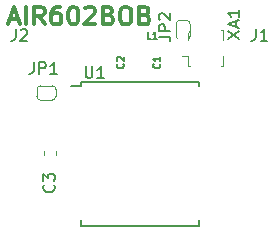
<source format=gto>
G04 #@! TF.GenerationSoftware,KiCad,Pcbnew,(5.0.1)-3*
G04 #@! TF.CreationDate,2018-12-06T00:17:23+01:00*
G04 #@! TF.ProjectId,air602bob,616972363032626F622E6B696361645F,rev?*
G04 #@! TF.SameCoordinates,Original*
G04 #@! TF.FileFunction,Legend,Top*
G04 #@! TF.FilePolarity,Positive*
%FSLAX46Y46*%
G04 Gerber Fmt 4.6, Leading zero omitted, Abs format (unit mm)*
G04 Created by KiCad (PCBNEW (5.0.1)-3) date 06/12/2018 00:17:23*
%MOMM*%
%LPD*%
G01*
G04 APERTURE LIST*
%ADD10C,0.300000*%
%ADD11C,0.120000*%
%ADD12C,0.150000*%
%ADD13C,0.602000*%
%ADD14C,0.902000*%
%ADD15C,0.400000*%
%ADD16C,0.100000*%
%ADD17R,2.302000X1.152000*%
%ADD18R,1.102000X1.102000*%
%ADD19C,1.052000*%
%ADD20C,0.692000*%
%ADD21O,1.802000X1.802000*%
%ADD22R,1.802000X1.802000*%
%ADD23C,1.102000*%
G04 APERTURE END LIST*
D10*
X62687142Y-89023000D02*
X63401428Y-89023000D01*
X62544285Y-89451571D02*
X63044285Y-87951571D01*
X63544285Y-89451571D01*
X64044285Y-89451571D02*
X64044285Y-87951571D01*
X65615714Y-89451571D02*
X65115714Y-88737285D01*
X64758571Y-89451571D02*
X64758571Y-87951571D01*
X65330000Y-87951571D01*
X65472857Y-88023000D01*
X65544285Y-88094428D01*
X65615714Y-88237285D01*
X65615714Y-88451571D01*
X65544285Y-88594428D01*
X65472857Y-88665857D01*
X65330000Y-88737285D01*
X64758571Y-88737285D01*
X66901428Y-87951571D02*
X66615714Y-87951571D01*
X66472857Y-88023000D01*
X66401428Y-88094428D01*
X66258571Y-88308714D01*
X66187142Y-88594428D01*
X66187142Y-89165857D01*
X66258571Y-89308714D01*
X66330000Y-89380142D01*
X66472857Y-89451571D01*
X66758571Y-89451571D01*
X66901428Y-89380142D01*
X66972857Y-89308714D01*
X67044285Y-89165857D01*
X67044285Y-88808714D01*
X66972857Y-88665857D01*
X66901428Y-88594428D01*
X66758571Y-88523000D01*
X66472857Y-88523000D01*
X66330000Y-88594428D01*
X66258571Y-88665857D01*
X66187142Y-88808714D01*
X67972857Y-87951571D02*
X68115714Y-87951571D01*
X68258571Y-88023000D01*
X68330000Y-88094428D01*
X68401428Y-88237285D01*
X68472857Y-88523000D01*
X68472857Y-88880142D01*
X68401428Y-89165857D01*
X68330000Y-89308714D01*
X68258571Y-89380142D01*
X68115714Y-89451571D01*
X67972857Y-89451571D01*
X67830000Y-89380142D01*
X67758571Y-89308714D01*
X67687142Y-89165857D01*
X67615714Y-88880142D01*
X67615714Y-88523000D01*
X67687142Y-88237285D01*
X67758571Y-88094428D01*
X67830000Y-88023000D01*
X67972857Y-87951571D01*
X69044285Y-88094428D02*
X69115714Y-88023000D01*
X69258571Y-87951571D01*
X69615714Y-87951571D01*
X69758571Y-88023000D01*
X69830000Y-88094428D01*
X69901428Y-88237285D01*
X69901428Y-88380142D01*
X69830000Y-88594428D01*
X68972857Y-89451571D01*
X69901428Y-89451571D01*
X71044285Y-88665857D02*
X71258571Y-88737285D01*
X71330000Y-88808714D01*
X71401428Y-88951571D01*
X71401428Y-89165857D01*
X71330000Y-89308714D01*
X71258571Y-89380142D01*
X71115714Y-89451571D01*
X70544285Y-89451571D01*
X70544285Y-87951571D01*
X71044285Y-87951571D01*
X71187142Y-88023000D01*
X71258571Y-88094428D01*
X71330000Y-88237285D01*
X71330000Y-88380142D01*
X71258571Y-88523000D01*
X71187142Y-88594428D01*
X71044285Y-88665857D01*
X70544285Y-88665857D01*
X72330000Y-87951571D02*
X72615714Y-87951571D01*
X72758571Y-88023000D01*
X72901428Y-88165857D01*
X72972857Y-88451571D01*
X72972857Y-88951571D01*
X72901428Y-89237285D01*
X72758571Y-89380142D01*
X72615714Y-89451571D01*
X72330000Y-89451571D01*
X72187142Y-89380142D01*
X72044285Y-89237285D01*
X71972857Y-88951571D01*
X71972857Y-88451571D01*
X72044285Y-88165857D01*
X72187142Y-88023000D01*
X72330000Y-87951571D01*
X74115714Y-88665857D02*
X74330000Y-88737285D01*
X74401428Y-88808714D01*
X74472857Y-88951571D01*
X74472857Y-89165857D01*
X74401428Y-89308714D01*
X74330000Y-89380142D01*
X74187142Y-89451571D01*
X73615714Y-89451571D01*
X73615714Y-87951571D01*
X74115714Y-87951571D01*
X74258571Y-88023000D01*
X74330000Y-88094428D01*
X74401428Y-88237285D01*
X74401428Y-88380142D01*
X74330000Y-88523000D01*
X74258571Y-88594428D01*
X74115714Y-88665857D01*
X73615714Y-88665857D01*
D11*
G04 #@! TO.C,JP2*
X76743000Y-90416000D02*
X76743000Y-89416000D01*
X77043000Y-89116000D02*
X77643000Y-89116000D01*
X77943000Y-89416000D02*
X77943000Y-90416000D01*
X77643000Y-90716000D02*
X77043000Y-90716000D01*
X77043000Y-90716000D02*
G75*
G02X76743000Y-90416000I0J300000D01*
G01*
X77943000Y-90416000D02*
G75*
G02X77643000Y-90716000I-300000J0D01*
G01*
X77643000Y-89116000D02*
G75*
G02X77943000Y-89416000I0J-300000D01*
G01*
X76743000Y-89416000D02*
G75*
G02X77043000Y-89116000I300000J0D01*
G01*
G04 #@! TO.C,JP1*
X65267000Y-95850000D02*
G75*
G02X64967000Y-95550000I0J300000D01*
G01*
X64967000Y-94950000D02*
G75*
G02X65267000Y-94650000I300000J0D01*
G01*
X66267000Y-94650000D02*
G75*
G02X66567000Y-94950000I0J-300000D01*
G01*
X66567000Y-95550000D02*
G75*
G02X66267000Y-95850000I-300000J0D01*
G01*
X66567000Y-94950000D02*
X66567000Y-95550000D01*
X65267000Y-94650000D02*
X66267000Y-94650000D01*
X64967000Y-95550000D02*
X64967000Y-94950000D01*
X66267000Y-95850000D02*
X65267000Y-95850000D01*
G04 #@! TO.C,XA1*
X77748000Y-92140000D02*
X77248000Y-92140000D01*
X77748000Y-90740000D02*
X77248000Y-90740000D01*
X77748000Y-90740000D02*
X77748000Y-90140000D01*
X77748000Y-90140000D02*
X77948000Y-89940000D01*
X77948000Y-92940000D02*
X77748000Y-92940000D01*
X77748000Y-92940000D02*
X77748000Y-92140000D01*
X80748000Y-92140000D02*
X80748000Y-92940000D01*
X80748000Y-92940000D02*
X80548000Y-92940000D01*
X80548000Y-89940000D02*
X80748000Y-89940000D01*
X80748000Y-89940000D02*
X80748000Y-90740000D01*
G04 #@! TO.C,C3*
X65530000Y-100501267D02*
X65530000Y-100158733D01*
X66550000Y-100501267D02*
X66550000Y-100158733D01*
D12*
G04 #@! TO.C,U1*
X68660000Y-94330000D02*
X78660000Y-94330000D01*
X68660000Y-106480000D02*
X78660000Y-106480000D01*
X68660000Y-106480000D02*
X68660000Y-105980000D01*
X78660000Y-106480000D02*
X78660000Y-105980000D01*
X78660000Y-94330000D02*
X78660000Y-94680000D01*
X68660000Y-94330000D02*
X68660000Y-94680000D01*
X68660000Y-94680000D02*
X67860000Y-94680000D01*
G04 #@! TO.C,JP2*
X75271380Y-90495333D02*
X75985666Y-90495333D01*
X76128523Y-90542952D01*
X76223761Y-90638190D01*
X76271380Y-90781047D01*
X76271380Y-90876285D01*
X76271380Y-90019142D02*
X75271380Y-90019142D01*
X75271380Y-89638190D01*
X75319000Y-89542952D01*
X75366619Y-89495333D01*
X75461857Y-89447714D01*
X75604714Y-89447714D01*
X75699952Y-89495333D01*
X75747571Y-89542952D01*
X75795190Y-89638190D01*
X75795190Y-90019142D01*
X75366619Y-89066761D02*
X75319000Y-89019142D01*
X75271380Y-88923904D01*
X75271380Y-88685809D01*
X75319000Y-88590571D01*
X75366619Y-88542952D01*
X75461857Y-88495333D01*
X75557095Y-88495333D01*
X75699952Y-88542952D01*
X76271380Y-89114380D01*
X76271380Y-88495333D01*
G04 #@! TO.C,JP1*
X64679666Y-92652380D02*
X64679666Y-93366666D01*
X64632047Y-93509523D01*
X64536809Y-93604761D01*
X64393952Y-93652380D01*
X64298714Y-93652380D01*
X65155857Y-93652380D02*
X65155857Y-92652380D01*
X65536809Y-92652380D01*
X65632047Y-92700000D01*
X65679666Y-92747619D01*
X65727285Y-92842857D01*
X65727285Y-92985714D01*
X65679666Y-93080952D01*
X65632047Y-93128571D01*
X65536809Y-93176190D01*
X65155857Y-93176190D01*
X66679666Y-93652380D02*
X66108238Y-93652380D01*
X66393952Y-93652380D02*
X66393952Y-92652380D01*
X66298714Y-92795238D01*
X66203476Y-92890476D01*
X66108238Y-92938095D01*
G04 #@! TO.C,XA1*
X81113380Y-90646095D02*
X82113380Y-89979428D01*
X81113380Y-89979428D02*
X82113380Y-90646095D01*
X81827666Y-89646095D02*
X81827666Y-89169904D01*
X82113380Y-89741333D02*
X81113380Y-89408000D01*
X82113380Y-89074666D01*
X82113380Y-88217523D02*
X82113380Y-88788952D01*
X82113380Y-88503238D02*
X81113380Y-88503238D01*
X81256238Y-88598476D01*
X81351476Y-88693714D01*
X81399095Y-88788952D01*
G04 #@! TO.C,C3*
X66397142Y-103036666D02*
X66444761Y-103084285D01*
X66492380Y-103227142D01*
X66492380Y-103322380D01*
X66444761Y-103465238D01*
X66349523Y-103560476D01*
X66254285Y-103608095D01*
X66063809Y-103655714D01*
X65920952Y-103655714D01*
X65730476Y-103608095D01*
X65635238Y-103560476D01*
X65540000Y-103465238D01*
X65492380Y-103322380D01*
X65492380Y-103227142D01*
X65540000Y-103084285D01*
X65587619Y-103036666D01*
X65492380Y-102703333D02*
X65492380Y-102084285D01*
X65873333Y-102417619D01*
X65873333Y-102274761D01*
X65920952Y-102179523D01*
X65968571Y-102131904D01*
X66063809Y-102084285D01*
X66301904Y-102084285D01*
X66397142Y-102131904D01*
X66444761Y-102179523D01*
X66492380Y-102274761D01*
X66492380Y-102560476D01*
X66444761Y-102655714D01*
X66397142Y-102703333D01*
G04 #@! TO.C,C2*
X72249285Y-92787000D02*
X72277857Y-92815571D01*
X72306428Y-92901285D01*
X72306428Y-92958428D01*
X72277857Y-93044142D01*
X72220714Y-93101285D01*
X72163571Y-93129857D01*
X72049285Y-93158428D01*
X71963571Y-93158428D01*
X71849285Y-93129857D01*
X71792142Y-93101285D01*
X71735000Y-93044142D01*
X71706428Y-92958428D01*
X71706428Y-92901285D01*
X71735000Y-92815571D01*
X71763571Y-92787000D01*
X71763571Y-92558428D02*
X71735000Y-92529857D01*
X71706428Y-92472714D01*
X71706428Y-92329857D01*
X71735000Y-92272714D01*
X71763571Y-92244142D01*
X71820714Y-92215571D01*
X71877857Y-92215571D01*
X71963571Y-92244142D01*
X72306428Y-92587000D01*
X72306428Y-92215571D01*
G04 #@! TO.C,C1*
X75347285Y-92767000D02*
X75375857Y-92795571D01*
X75404428Y-92881285D01*
X75404428Y-92938428D01*
X75375857Y-93024142D01*
X75318714Y-93081285D01*
X75261571Y-93109857D01*
X75147285Y-93138428D01*
X75061571Y-93138428D01*
X74947285Y-93109857D01*
X74890142Y-93081285D01*
X74833000Y-93024142D01*
X74804428Y-92938428D01*
X74804428Y-92881285D01*
X74833000Y-92795571D01*
X74861571Y-92767000D01*
X75404428Y-92195571D02*
X75404428Y-92538428D01*
X75404428Y-92367000D02*
X74804428Y-92367000D01*
X74890142Y-92424142D01*
X74947285Y-92481285D01*
X74975857Y-92538428D01*
G04 #@! TO.C,J2*
X63166666Y-89832380D02*
X63166666Y-90546666D01*
X63119047Y-90689523D01*
X63023809Y-90784761D01*
X62880952Y-90832380D01*
X62785714Y-90832380D01*
X63595238Y-89927619D02*
X63642857Y-89880000D01*
X63738095Y-89832380D01*
X63976190Y-89832380D01*
X64071428Y-89880000D01*
X64119047Y-89927619D01*
X64166666Y-90022857D01*
X64166666Y-90118095D01*
X64119047Y-90260952D01*
X63547619Y-90832380D01*
X64166666Y-90832380D01*
G04 #@! TO.C,J1*
X83486666Y-89832380D02*
X83486666Y-90546666D01*
X83439047Y-90689523D01*
X83343809Y-90784761D01*
X83200952Y-90832380D01*
X83105714Y-90832380D01*
X84486666Y-90832380D02*
X83915238Y-90832380D01*
X84200952Y-90832380D02*
X84200952Y-89832380D01*
X84105714Y-89975238D01*
X84010476Y-90070476D01*
X83915238Y-90118095D01*
G04 #@! TO.C,L1*
X74627000Y-90681428D02*
X74341285Y-90681428D01*
X74341285Y-90081428D01*
X75141285Y-90681428D02*
X74798428Y-90681428D01*
X74969857Y-90681428D02*
X74969857Y-90081428D01*
X74912714Y-90167142D01*
X74855571Y-90224285D01*
X74798428Y-90252857D01*
G04 #@! TO.C,U1*
X69088095Y-92982380D02*
X69088095Y-93791904D01*
X69135714Y-93887142D01*
X69183333Y-93934761D01*
X69278571Y-93982380D01*
X69469047Y-93982380D01*
X69564285Y-93934761D01*
X69611904Y-93887142D01*
X69659523Y-93791904D01*
X69659523Y-92982380D01*
X70659523Y-93982380D02*
X70088095Y-93982380D01*
X70373809Y-93982380D02*
X70373809Y-92982380D01*
X70278571Y-93125238D01*
X70183333Y-93220476D01*
X70088095Y-93268095D01*
G04 #@! TD*
%LPC*%
D13*
G04 #@! TO.C,XA2*
X77343000Y-90678000D03*
D14*
X77343000Y-90678000D03*
G04 #@! TD*
D15*
G04 #@! TO.C,JP2*
X77345540Y-89516000D03*
D16*
G36*
X77795560Y-89825950D02*
X77792658Y-89835517D01*
X77787945Y-89844334D01*
X77781602Y-89852062D01*
X77773874Y-89858405D01*
X77765057Y-89863118D01*
X77755490Y-89866020D01*
X77745540Y-89867000D01*
X76945540Y-89867000D01*
X76935590Y-89866020D01*
X76926023Y-89863118D01*
X76917206Y-89858405D01*
X76909478Y-89852062D01*
X76903135Y-89844334D01*
X76898422Y-89835517D01*
X76895520Y-89825950D01*
X76894540Y-89816000D01*
X76894540Y-89516000D01*
X76894781Y-89513553D01*
X76894781Y-89506186D01*
X76895027Y-89501186D01*
X76896951Y-89481654D01*
X76897685Y-89476705D01*
X76901514Y-89457455D01*
X76902730Y-89452601D01*
X76908427Y-89433819D01*
X76910113Y-89429105D01*
X76917624Y-89410972D01*
X76919764Y-89406449D01*
X76929016Y-89389139D01*
X76931589Y-89384845D01*
X76942493Y-89368526D01*
X76945475Y-89364505D01*
X76957927Y-89349333D01*
X76961288Y-89345626D01*
X76975166Y-89331748D01*
X76978873Y-89328387D01*
X76994045Y-89315935D01*
X76998066Y-89312953D01*
X77014385Y-89302049D01*
X77018679Y-89299476D01*
X77035989Y-89290224D01*
X77040512Y-89288084D01*
X77058645Y-89280573D01*
X77063359Y-89278887D01*
X77082141Y-89273190D01*
X77086995Y-89271974D01*
X77106245Y-89268145D01*
X77111194Y-89267411D01*
X77130726Y-89265487D01*
X77135726Y-89265241D01*
X77143093Y-89265241D01*
X77145540Y-89265000D01*
X77545540Y-89265000D01*
X77547987Y-89265241D01*
X77555354Y-89265241D01*
X77560354Y-89265487D01*
X77579886Y-89267411D01*
X77584835Y-89268145D01*
X77604085Y-89271974D01*
X77608939Y-89273190D01*
X77627721Y-89278887D01*
X77632435Y-89280573D01*
X77650568Y-89288084D01*
X77655091Y-89290224D01*
X77672401Y-89299476D01*
X77676695Y-89302049D01*
X77693014Y-89312953D01*
X77697035Y-89315935D01*
X77712207Y-89328387D01*
X77715914Y-89331748D01*
X77729792Y-89345626D01*
X77733153Y-89349333D01*
X77745605Y-89364505D01*
X77748587Y-89368526D01*
X77759491Y-89384845D01*
X77762064Y-89389139D01*
X77771316Y-89406449D01*
X77773456Y-89410972D01*
X77780967Y-89429105D01*
X77782653Y-89433819D01*
X77788350Y-89452601D01*
X77789566Y-89457455D01*
X77793395Y-89476705D01*
X77794129Y-89481654D01*
X77796053Y-89501186D01*
X77796299Y-89506186D01*
X77796299Y-89513553D01*
X77796540Y-89516000D01*
X77796540Y-89816000D01*
X77795560Y-89825950D01*
X77795560Y-89825950D01*
G37*
D15*
X77343000Y-90316000D03*
D16*
G36*
X76892980Y-90006050D02*
X76895882Y-89996483D01*
X76900595Y-89987666D01*
X76906938Y-89979938D01*
X76914666Y-89973595D01*
X76923483Y-89968882D01*
X76933050Y-89965980D01*
X76943000Y-89965000D01*
X77743000Y-89965000D01*
X77752950Y-89965980D01*
X77762517Y-89968882D01*
X77771334Y-89973595D01*
X77779062Y-89979938D01*
X77785405Y-89987666D01*
X77790118Y-89996483D01*
X77793020Y-90006050D01*
X77794000Y-90016000D01*
X77794000Y-90316000D01*
X77793759Y-90318447D01*
X77793759Y-90325814D01*
X77793513Y-90330814D01*
X77791589Y-90350346D01*
X77790855Y-90355295D01*
X77787026Y-90374545D01*
X77785810Y-90379399D01*
X77780113Y-90398181D01*
X77778427Y-90402895D01*
X77770916Y-90421028D01*
X77768776Y-90425551D01*
X77759524Y-90442861D01*
X77756951Y-90447155D01*
X77746047Y-90463474D01*
X77743065Y-90467495D01*
X77730613Y-90482667D01*
X77727252Y-90486374D01*
X77713374Y-90500252D01*
X77709667Y-90503613D01*
X77694495Y-90516065D01*
X77690474Y-90519047D01*
X77674155Y-90529951D01*
X77669861Y-90532524D01*
X77652551Y-90541776D01*
X77648028Y-90543916D01*
X77629895Y-90551427D01*
X77625181Y-90553113D01*
X77606399Y-90558810D01*
X77601545Y-90560026D01*
X77582295Y-90563855D01*
X77577346Y-90564589D01*
X77557814Y-90566513D01*
X77552814Y-90566759D01*
X77545447Y-90566759D01*
X77543000Y-90567000D01*
X77143000Y-90567000D01*
X77140553Y-90566759D01*
X77133186Y-90566759D01*
X77128186Y-90566513D01*
X77108654Y-90564589D01*
X77103705Y-90563855D01*
X77084455Y-90560026D01*
X77079601Y-90558810D01*
X77060819Y-90553113D01*
X77056105Y-90551427D01*
X77037972Y-90543916D01*
X77033449Y-90541776D01*
X77016139Y-90532524D01*
X77011845Y-90529951D01*
X76995526Y-90519047D01*
X76991505Y-90516065D01*
X76976333Y-90503613D01*
X76972626Y-90500252D01*
X76958748Y-90486374D01*
X76955387Y-90482667D01*
X76942935Y-90467495D01*
X76939953Y-90463474D01*
X76929049Y-90447155D01*
X76926476Y-90442861D01*
X76917224Y-90425551D01*
X76915084Y-90421028D01*
X76907573Y-90402895D01*
X76905887Y-90398181D01*
X76900190Y-90379399D01*
X76898974Y-90374545D01*
X76895145Y-90355295D01*
X76894411Y-90350346D01*
X76892487Y-90330814D01*
X76892241Y-90325814D01*
X76892241Y-90318447D01*
X76892000Y-90316000D01*
X76892000Y-90016000D01*
X76892980Y-90006050D01*
X76892980Y-90006050D01*
G37*
G04 #@! TD*
D15*
G04 #@! TO.C,JP1*
X66167000Y-95250000D03*
D16*
G36*
X65857050Y-95700020D02*
X65847483Y-95697118D01*
X65838666Y-95692405D01*
X65830938Y-95686062D01*
X65824595Y-95678334D01*
X65819882Y-95669517D01*
X65816980Y-95659950D01*
X65816000Y-95650000D01*
X65816000Y-94850000D01*
X65816980Y-94840050D01*
X65819882Y-94830483D01*
X65824595Y-94821666D01*
X65830938Y-94813938D01*
X65838666Y-94807595D01*
X65847483Y-94802882D01*
X65857050Y-94799980D01*
X65867000Y-94799000D01*
X66167000Y-94799000D01*
X66169447Y-94799241D01*
X66176814Y-94799241D01*
X66181814Y-94799487D01*
X66201346Y-94801411D01*
X66206295Y-94802145D01*
X66225545Y-94805974D01*
X66230399Y-94807190D01*
X66249181Y-94812887D01*
X66253895Y-94814573D01*
X66272028Y-94822084D01*
X66276551Y-94824224D01*
X66293861Y-94833476D01*
X66298155Y-94836049D01*
X66314474Y-94846953D01*
X66318495Y-94849935D01*
X66333667Y-94862387D01*
X66337374Y-94865748D01*
X66351252Y-94879626D01*
X66354613Y-94883333D01*
X66367065Y-94898505D01*
X66370047Y-94902526D01*
X66380951Y-94918845D01*
X66383524Y-94923139D01*
X66392776Y-94940449D01*
X66394916Y-94944972D01*
X66402427Y-94963105D01*
X66404113Y-94967819D01*
X66409810Y-94986601D01*
X66411026Y-94991455D01*
X66414855Y-95010705D01*
X66415589Y-95015654D01*
X66417513Y-95035186D01*
X66417759Y-95040186D01*
X66417759Y-95047553D01*
X66418000Y-95050000D01*
X66418000Y-95450000D01*
X66417759Y-95452447D01*
X66417759Y-95459814D01*
X66417513Y-95464814D01*
X66415589Y-95484346D01*
X66414855Y-95489295D01*
X66411026Y-95508545D01*
X66409810Y-95513399D01*
X66404113Y-95532181D01*
X66402427Y-95536895D01*
X66394916Y-95555028D01*
X66392776Y-95559551D01*
X66383524Y-95576861D01*
X66380951Y-95581155D01*
X66370047Y-95597474D01*
X66367065Y-95601495D01*
X66354613Y-95616667D01*
X66351252Y-95620374D01*
X66337374Y-95634252D01*
X66333667Y-95637613D01*
X66318495Y-95650065D01*
X66314474Y-95653047D01*
X66298155Y-95663951D01*
X66293861Y-95666524D01*
X66276551Y-95675776D01*
X66272028Y-95677916D01*
X66253895Y-95685427D01*
X66249181Y-95687113D01*
X66230399Y-95692810D01*
X66225545Y-95694026D01*
X66206295Y-95697855D01*
X66201346Y-95698589D01*
X66181814Y-95700513D01*
X66176814Y-95700759D01*
X66169447Y-95700759D01*
X66167000Y-95701000D01*
X65867000Y-95701000D01*
X65857050Y-95700020D01*
X65857050Y-95700020D01*
G37*
D15*
X65367000Y-95247460D03*
D16*
G36*
X65676950Y-94797440D02*
X65686517Y-94800342D01*
X65695334Y-94805055D01*
X65703062Y-94811398D01*
X65709405Y-94819126D01*
X65714118Y-94827943D01*
X65717020Y-94837510D01*
X65718000Y-94847460D01*
X65718000Y-95647460D01*
X65717020Y-95657410D01*
X65714118Y-95666977D01*
X65709405Y-95675794D01*
X65703062Y-95683522D01*
X65695334Y-95689865D01*
X65686517Y-95694578D01*
X65676950Y-95697480D01*
X65667000Y-95698460D01*
X65367000Y-95698460D01*
X65364553Y-95698219D01*
X65357186Y-95698219D01*
X65352186Y-95697973D01*
X65332654Y-95696049D01*
X65327705Y-95695315D01*
X65308455Y-95691486D01*
X65303601Y-95690270D01*
X65284819Y-95684573D01*
X65280105Y-95682887D01*
X65261972Y-95675376D01*
X65257449Y-95673236D01*
X65240139Y-95663984D01*
X65235845Y-95661411D01*
X65219526Y-95650507D01*
X65215505Y-95647525D01*
X65200333Y-95635073D01*
X65196626Y-95631712D01*
X65182748Y-95617834D01*
X65179387Y-95614127D01*
X65166935Y-95598955D01*
X65163953Y-95594934D01*
X65153049Y-95578615D01*
X65150476Y-95574321D01*
X65141224Y-95557011D01*
X65139084Y-95552488D01*
X65131573Y-95534355D01*
X65129887Y-95529641D01*
X65124190Y-95510859D01*
X65122974Y-95506005D01*
X65119145Y-95486755D01*
X65118411Y-95481806D01*
X65116487Y-95462274D01*
X65116241Y-95457274D01*
X65116241Y-95449907D01*
X65116000Y-95447460D01*
X65116000Y-95047460D01*
X65116241Y-95045013D01*
X65116241Y-95037646D01*
X65116487Y-95032646D01*
X65118411Y-95013114D01*
X65119145Y-95008165D01*
X65122974Y-94988915D01*
X65124190Y-94984061D01*
X65129887Y-94965279D01*
X65131573Y-94960565D01*
X65139084Y-94942432D01*
X65141224Y-94937909D01*
X65150476Y-94920599D01*
X65153049Y-94916305D01*
X65163953Y-94899986D01*
X65166935Y-94895965D01*
X65179387Y-94880793D01*
X65182748Y-94877086D01*
X65196626Y-94863208D01*
X65200333Y-94859847D01*
X65215505Y-94847395D01*
X65219526Y-94844413D01*
X65235845Y-94833509D01*
X65240139Y-94830936D01*
X65257449Y-94821684D01*
X65261972Y-94819544D01*
X65280105Y-94812033D01*
X65284819Y-94810347D01*
X65303601Y-94804650D01*
X65308455Y-94803434D01*
X65327705Y-94799605D01*
X65332654Y-94798871D01*
X65352186Y-94796947D01*
X65357186Y-94796701D01*
X65364553Y-94796701D01*
X65367000Y-94796460D01*
X65667000Y-94796460D01*
X65676950Y-94797440D01*
X65676950Y-94797440D01*
G37*
G04 #@! TD*
D17*
G04 #@! TO.C,XA1*
X79248000Y-89965000D03*
X79248000Y-92915000D03*
D18*
X80748000Y-91440000D03*
X77748000Y-91440000D03*
G04 #@! TD*
D16*
G04 #@! TO.C,C3*
G36*
X66328779Y-100630266D02*
X66354309Y-100634053D01*
X66379345Y-100640325D01*
X66403646Y-100649020D01*
X66426977Y-100660055D01*
X66449115Y-100673323D01*
X66469845Y-100688698D01*
X66488969Y-100706031D01*
X66506302Y-100725155D01*
X66521677Y-100745885D01*
X66534945Y-100768023D01*
X66545980Y-100791354D01*
X66554675Y-100815655D01*
X66560947Y-100840691D01*
X66564734Y-100866221D01*
X66566000Y-100892000D01*
X66566000Y-101518000D01*
X66564734Y-101543779D01*
X66560947Y-101569309D01*
X66554675Y-101594345D01*
X66545980Y-101618646D01*
X66534945Y-101641977D01*
X66521677Y-101664115D01*
X66506302Y-101684845D01*
X66488969Y-101703969D01*
X66469845Y-101721302D01*
X66449115Y-101736677D01*
X66426977Y-101749945D01*
X66403646Y-101760980D01*
X66379345Y-101769675D01*
X66354309Y-101775947D01*
X66328779Y-101779734D01*
X66303000Y-101781000D01*
X65777000Y-101781000D01*
X65751221Y-101779734D01*
X65725691Y-101775947D01*
X65700655Y-101769675D01*
X65676354Y-101760980D01*
X65653023Y-101749945D01*
X65630885Y-101736677D01*
X65610155Y-101721302D01*
X65591031Y-101703969D01*
X65573698Y-101684845D01*
X65558323Y-101664115D01*
X65545055Y-101641977D01*
X65534020Y-101618646D01*
X65525325Y-101594345D01*
X65519053Y-101569309D01*
X65515266Y-101543779D01*
X65514000Y-101518000D01*
X65514000Y-100892000D01*
X65515266Y-100866221D01*
X65519053Y-100840691D01*
X65525325Y-100815655D01*
X65534020Y-100791354D01*
X65545055Y-100768023D01*
X65558323Y-100745885D01*
X65573698Y-100725155D01*
X65591031Y-100706031D01*
X65610155Y-100688698D01*
X65630885Y-100673323D01*
X65653023Y-100660055D01*
X65676354Y-100649020D01*
X65700655Y-100640325D01*
X65725691Y-100634053D01*
X65751221Y-100630266D01*
X65777000Y-100629000D01*
X66303000Y-100629000D01*
X66328779Y-100630266D01*
X66328779Y-100630266D01*
G37*
D19*
X66040000Y-101205000D03*
D16*
G36*
X66328779Y-98880266D02*
X66354309Y-98884053D01*
X66379345Y-98890325D01*
X66403646Y-98899020D01*
X66426977Y-98910055D01*
X66449115Y-98923323D01*
X66469845Y-98938698D01*
X66488969Y-98956031D01*
X66506302Y-98975155D01*
X66521677Y-98995885D01*
X66534945Y-99018023D01*
X66545980Y-99041354D01*
X66554675Y-99065655D01*
X66560947Y-99090691D01*
X66564734Y-99116221D01*
X66566000Y-99142000D01*
X66566000Y-99768000D01*
X66564734Y-99793779D01*
X66560947Y-99819309D01*
X66554675Y-99844345D01*
X66545980Y-99868646D01*
X66534945Y-99891977D01*
X66521677Y-99914115D01*
X66506302Y-99934845D01*
X66488969Y-99953969D01*
X66469845Y-99971302D01*
X66449115Y-99986677D01*
X66426977Y-99999945D01*
X66403646Y-100010980D01*
X66379345Y-100019675D01*
X66354309Y-100025947D01*
X66328779Y-100029734D01*
X66303000Y-100031000D01*
X65777000Y-100031000D01*
X65751221Y-100029734D01*
X65725691Y-100025947D01*
X65700655Y-100019675D01*
X65676354Y-100010980D01*
X65653023Y-99999945D01*
X65630885Y-99986677D01*
X65610155Y-99971302D01*
X65591031Y-99953969D01*
X65573698Y-99934845D01*
X65558323Y-99914115D01*
X65545055Y-99891977D01*
X65534020Y-99868646D01*
X65525325Y-99844345D01*
X65519053Y-99819309D01*
X65515266Y-99793779D01*
X65514000Y-99768000D01*
X65514000Y-99142000D01*
X65515266Y-99116221D01*
X65519053Y-99090691D01*
X65525325Y-99065655D01*
X65534020Y-99041354D01*
X65545055Y-99018023D01*
X65558323Y-98995885D01*
X65573698Y-98975155D01*
X65591031Y-98956031D01*
X65610155Y-98938698D01*
X65630885Y-98923323D01*
X65653023Y-98910055D01*
X65676354Y-98899020D01*
X65700655Y-98890325D01*
X65725691Y-98884053D01*
X65751221Y-98880266D01*
X65777000Y-98879000D01*
X66303000Y-98879000D01*
X66328779Y-98880266D01*
X66328779Y-98880266D01*
G37*
D19*
X66040000Y-99455000D03*
G04 #@! TD*
D16*
G04 #@! TO.C,C2*
G36*
X73239957Y-91371833D02*
X73256751Y-91374324D01*
X73273219Y-91378449D01*
X73289204Y-91384169D01*
X73304552Y-91391428D01*
X73319114Y-91400156D01*
X73332750Y-91410269D01*
X73345329Y-91421671D01*
X73356731Y-91434250D01*
X73366844Y-91447886D01*
X73375572Y-91462448D01*
X73382831Y-91477796D01*
X73388551Y-91493781D01*
X73392676Y-91510249D01*
X73395167Y-91527043D01*
X73396000Y-91544000D01*
X73396000Y-91890000D01*
X73395167Y-91906957D01*
X73392676Y-91923751D01*
X73388551Y-91940219D01*
X73382831Y-91956204D01*
X73375572Y-91971552D01*
X73366844Y-91986114D01*
X73356731Y-91999750D01*
X73345329Y-92012329D01*
X73332750Y-92023731D01*
X73319114Y-92033844D01*
X73304552Y-92042572D01*
X73289204Y-92049831D01*
X73273219Y-92055551D01*
X73256751Y-92059676D01*
X73239957Y-92062167D01*
X73223000Y-92063000D01*
X72827000Y-92063000D01*
X72810043Y-92062167D01*
X72793249Y-92059676D01*
X72776781Y-92055551D01*
X72760796Y-92049831D01*
X72745448Y-92042572D01*
X72730886Y-92033844D01*
X72717250Y-92023731D01*
X72704671Y-92012329D01*
X72693269Y-91999750D01*
X72683156Y-91986114D01*
X72674428Y-91971552D01*
X72667169Y-91956204D01*
X72661449Y-91940219D01*
X72657324Y-91923751D01*
X72654833Y-91906957D01*
X72654000Y-91890000D01*
X72654000Y-91544000D01*
X72654833Y-91527043D01*
X72657324Y-91510249D01*
X72661449Y-91493781D01*
X72667169Y-91477796D01*
X72674428Y-91462448D01*
X72683156Y-91447886D01*
X72693269Y-91434250D01*
X72704671Y-91421671D01*
X72717250Y-91410269D01*
X72730886Y-91400156D01*
X72745448Y-91391428D01*
X72760796Y-91384169D01*
X72776781Y-91378449D01*
X72793249Y-91374324D01*
X72810043Y-91371833D01*
X72827000Y-91371000D01*
X73223000Y-91371000D01*
X73239957Y-91371833D01*
X73239957Y-91371833D01*
G37*
D20*
X73025000Y-91717000D03*
D16*
G36*
X73239957Y-92341833D02*
X73256751Y-92344324D01*
X73273219Y-92348449D01*
X73289204Y-92354169D01*
X73304552Y-92361428D01*
X73319114Y-92370156D01*
X73332750Y-92380269D01*
X73345329Y-92391671D01*
X73356731Y-92404250D01*
X73366844Y-92417886D01*
X73375572Y-92432448D01*
X73382831Y-92447796D01*
X73388551Y-92463781D01*
X73392676Y-92480249D01*
X73395167Y-92497043D01*
X73396000Y-92514000D01*
X73396000Y-92860000D01*
X73395167Y-92876957D01*
X73392676Y-92893751D01*
X73388551Y-92910219D01*
X73382831Y-92926204D01*
X73375572Y-92941552D01*
X73366844Y-92956114D01*
X73356731Y-92969750D01*
X73345329Y-92982329D01*
X73332750Y-92993731D01*
X73319114Y-93003844D01*
X73304552Y-93012572D01*
X73289204Y-93019831D01*
X73273219Y-93025551D01*
X73256751Y-93029676D01*
X73239957Y-93032167D01*
X73223000Y-93033000D01*
X72827000Y-93033000D01*
X72810043Y-93032167D01*
X72793249Y-93029676D01*
X72776781Y-93025551D01*
X72760796Y-93019831D01*
X72745448Y-93012572D01*
X72730886Y-93003844D01*
X72717250Y-92993731D01*
X72704671Y-92982329D01*
X72693269Y-92969750D01*
X72683156Y-92956114D01*
X72674428Y-92941552D01*
X72667169Y-92926204D01*
X72661449Y-92910219D01*
X72657324Y-92893751D01*
X72654833Y-92876957D01*
X72654000Y-92860000D01*
X72654000Y-92514000D01*
X72654833Y-92497043D01*
X72657324Y-92480249D01*
X72661449Y-92463781D01*
X72667169Y-92447796D01*
X72674428Y-92432448D01*
X72683156Y-92417886D01*
X72693269Y-92404250D01*
X72704671Y-92391671D01*
X72717250Y-92380269D01*
X72730886Y-92370156D01*
X72745448Y-92361428D01*
X72760796Y-92354169D01*
X72776781Y-92348449D01*
X72793249Y-92344324D01*
X72810043Y-92341833D01*
X72827000Y-92341000D01*
X73223000Y-92341000D01*
X73239957Y-92341833D01*
X73239957Y-92341833D01*
G37*
D20*
X73025000Y-92687000D03*
G04 #@! TD*
D16*
G04 #@! TO.C,C1*
G36*
X76287957Y-92341833D02*
X76304751Y-92344324D01*
X76321219Y-92348449D01*
X76337204Y-92354169D01*
X76352552Y-92361428D01*
X76367114Y-92370156D01*
X76380750Y-92380269D01*
X76393329Y-92391671D01*
X76404731Y-92404250D01*
X76414844Y-92417886D01*
X76423572Y-92432448D01*
X76430831Y-92447796D01*
X76436551Y-92463781D01*
X76440676Y-92480249D01*
X76443167Y-92497043D01*
X76444000Y-92514000D01*
X76444000Y-92860000D01*
X76443167Y-92876957D01*
X76440676Y-92893751D01*
X76436551Y-92910219D01*
X76430831Y-92926204D01*
X76423572Y-92941552D01*
X76414844Y-92956114D01*
X76404731Y-92969750D01*
X76393329Y-92982329D01*
X76380750Y-92993731D01*
X76367114Y-93003844D01*
X76352552Y-93012572D01*
X76337204Y-93019831D01*
X76321219Y-93025551D01*
X76304751Y-93029676D01*
X76287957Y-93032167D01*
X76271000Y-93033000D01*
X75875000Y-93033000D01*
X75858043Y-93032167D01*
X75841249Y-93029676D01*
X75824781Y-93025551D01*
X75808796Y-93019831D01*
X75793448Y-93012572D01*
X75778886Y-93003844D01*
X75765250Y-92993731D01*
X75752671Y-92982329D01*
X75741269Y-92969750D01*
X75731156Y-92956114D01*
X75722428Y-92941552D01*
X75715169Y-92926204D01*
X75709449Y-92910219D01*
X75705324Y-92893751D01*
X75702833Y-92876957D01*
X75702000Y-92860000D01*
X75702000Y-92514000D01*
X75702833Y-92497043D01*
X75705324Y-92480249D01*
X75709449Y-92463781D01*
X75715169Y-92447796D01*
X75722428Y-92432448D01*
X75731156Y-92417886D01*
X75741269Y-92404250D01*
X75752671Y-92391671D01*
X75765250Y-92380269D01*
X75778886Y-92370156D01*
X75793448Y-92361428D01*
X75808796Y-92354169D01*
X75824781Y-92348449D01*
X75841249Y-92344324D01*
X75858043Y-92341833D01*
X75875000Y-92341000D01*
X76271000Y-92341000D01*
X76287957Y-92341833D01*
X76287957Y-92341833D01*
G37*
D20*
X76073000Y-92687000D03*
D16*
G36*
X76287957Y-91371833D02*
X76304751Y-91374324D01*
X76321219Y-91378449D01*
X76337204Y-91384169D01*
X76352552Y-91391428D01*
X76367114Y-91400156D01*
X76380750Y-91410269D01*
X76393329Y-91421671D01*
X76404731Y-91434250D01*
X76414844Y-91447886D01*
X76423572Y-91462448D01*
X76430831Y-91477796D01*
X76436551Y-91493781D01*
X76440676Y-91510249D01*
X76443167Y-91527043D01*
X76444000Y-91544000D01*
X76444000Y-91890000D01*
X76443167Y-91906957D01*
X76440676Y-91923751D01*
X76436551Y-91940219D01*
X76430831Y-91956204D01*
X76423572Y-91971552D01*
X76414844Y-91986114D01*
X76404731Y-91999750D01*
X76393329Y-92012329D01*
X76380750Y-92023731D01*
X76367114Y-92033844D01*
X76352552Y-92042572D01*
X76337204Y-92049831D01*
X76321219Y-92055551D01*
X76304751Y-92059676D01*
X76287957Y-92062167D01*
X76271000Y-92063000D01*
X75875000Y-92063000D01*
X75858043Y-92062167D01*
X75841249Y-92059676D01*
X75824781Y-92055551D01*
X75808796Y-92049831D01*
X75793448Y-92042572D01*
X75778886Y-92033844D01*
X75765250Y-92023731D01*
X75752671Y-92012329D01*
X75741269Y-91999750D01*
X75731156Y-91986114D01*
X75722428Y-91971552D01*
X75715169Y-91956204D01*
X75709449Y-91940219D01*
X75705324Y-91923751D01*
X75702833Y-91906957D01*
X75702000Y-91890000D01*
X75702000Y-91544000D01*
X75702833Y-91527043D01*
X75705324Y-91510249D01*
X75709449Y-91493781D01*
X75715169Y-91477796D01*
X75722428Y-91462448D01*
X75731156Y-91447886D01*
X75741269Y-91434250D01*
X75752671Y-91421671D01*
X75765250Y-91410269D01*
X75778886Y-91400156D01*
X75793448Y-91391428D01*
X75808796Y-91384169D01*
X75824781Y-91378449D01*
X75841249Y-91374324D01*
X75858043Y-91371833D01*
X75875000Y-91371000D01*
X76271000Y-91371000D01*
X76287957Y-91371833D01*
X76287957Y-91371833D01*
G37*
D20*
X76073000Y-91717000D03*
G04 #@! TD*
D21*
G04 #@! TO.C,J2*
X63500000Y-105410000D03*
X63500000Y-102870000D03*
X63500000Y-100330000D03*
X63500000Y-97790000D03*
X63500000Y-95250000D03*
D22*
X63500000Y-92710000D03*
G04 #@! TD*
G04 #@! TO.C,J1*
X83820000Y-92710000D03*
D21*
X83820000Y-95250000D03*
X83820000Y-97790000D03*
X83820000Y-100330000D03*
X83820000Y-102870000D03*
X83820000Y-105410000D03*
G04 #@! TD*
D16*
G04 #@! TO.C,L1*
G36*
X75246957Y-91069833D02*
X75263751Y-91072324D01*
X75280219Y-91076449D01*
X75296204Y-91082169D01*
X75311552Y-91089428D01*
X75326114Y-91098156D01*
X75339750Y-91108269D01*
X75352329Y-91119671D01*
X75363731Y-91132250D01*
X75373844Y-91145886D01*
X75382572Y-91160448D01*
X75389831Y-91175796D01*
X75395551Y-91191781D01*
X75399676Y-91208249D01*
X75402167Y-91225043D01*
X75403000Y-91242000D01*
X75403000Y-91638000D01*
X75402167Y-91654957D01*
X75399676Y-91671751D01*
X75395551Y-91688219D01*
X75389831Y-91704204D01*
X75382572Y-91719552D01*
X75373844Y-91734114D01*
X75363731Y-91747750D01*
X75352329Y-91760329D01*
X75339750Y-91771731D01*
X75326114Y-91781844D01*
X75311552Y-91790572D01*
X75296204Y-91797831D01*
X75280219Y-91803551D01*
X75263751Y-91807676D01*
X75246957Y-91810167D01*
X75230000Y-91811000D01*
X74884000Y-91811000D01*
X74867043Y-91810167D01*
X74850249Y-91807676D01*
X74833781Y-91803551D01*
X74817796Y-91797831D01*
X74802448Y-91790572D01*
X74787886Y-91781844D01*
X74774250Y-91771731D01*
X74761671Y-91760329D01*
X74750269Y-91747750D01*
X74740156Y-91734114D01*
X74731428Y-91719552D01*
X74724169Y-91704204D01*
X74718449Y-91688219D01*
X74714324Y-91671751D01*
X74711833Y-91654957D01*
X74711000Y-91638000D01*
X74711000Y-91242000D01*
X74711833Y-91225043D01*
X74714324Y-91208249D01*
X74718449Y-91191781D01*
X74724169Y-91175796D01*
X74731428Y-91160448D01*
X74740156Y-91145886D01*
X74750269Y-91132250D01*
X74761671Y-91119671D01*
X74774250Y-91108269D01*
X74787886Y-91098156D01*
X74802448Y-91089428D01*
X74817796Y-91082169D01*
X74833781Y-91076449D01*
X74850249Y-91072324D01*
X74867043Y-91069833D01*
X74884000Y-91069000D01*
X75230000Y-91069000D01*
X75246957Y-91069833D01*
X75246957Y-91069833D01*
G37*
D20*
X75057000Y-91440000D03*
D16*
G36*
X74276957Y-91069833D02*
X74293751Y-91072324D01*
X74310219Y-91076449D01*
X74326204Y-91082169D01*
X74341552Y-91089428D01*
X74356114Y-91098156D01*
X74369750Y-91108269D01*
X74382329Y-91119671D01*
X74393731Y-91132250D01*
X74403844Y-91145886D01*
X74412572Y-91160448D01*
X74419831Y-91175796D01*
X74425551Y-91191781D01*
X74429676Y-91208249D01*
X74432167Y-91225043D01*
X74433000Y-91242000D01*
X74433000Y-91638000D01*
X74432167Y-91654957D01*
X74429676Y-91671751D01*
X74425551Y-91688219D01*
X74419831Y-91704204D01*
X74412572Y-91719552D01*
X74403844Y-91734114D01*
X74393731Y-91747750D01*
X74382329Y-91760329D01*
X74369750Y-91771731D01*
X74356114Y-91781844D01*
X74341552Y-91790572D01*
X74326204Y-91797831D01*
X74310219Y-91803551D01*
X74293751Y-91807676D01*
X74276957Y-91810167D01*
X74260000Y-91811000D01*
X73914000Y-91811000D01*
X73897043Y-91810167D01*
X73880249Y-91807676D01*
X73863781Y-91803551D01*
X73847796Y-91797831D01*
X73832448Y-91790572D01*
X73817886Y-91781844D01*
X73804250Y-91771731D01*
X73791671Y-91760329D01*
X73780269Y-91747750D01*
X73770156Y-91734114D01*
X73761428Y-91719552D01*
X73754169Y-91704204D01*
X73748449Y-91688219D01*
X73744324Y-91671751D01*
X73741833Y-91654957D01*
X73741000Y-91638000D01*
X73741000Y-91242000D01*
X73741833Y-91225043D01*
X73744324Y-91208249D01*
X73748449Y-91191781D01*
X73754169Y-91175796D01*
X73761428Y-91160448D01*
X73770156Y-91145886D01*
X73780269Y-91132250D01*
X73791671Y-91119671D01*
X73804250Y-91108269D01*
X73817886Y-91098156D01*
X73832448Y-91089428D01*
X73847796Y-91082169D01*
X73863781Y-91076449D01*
X73880249Y-91072324D01*
X73897043Y-91069833D01*
X73914000Y-91069000D01*
X74260000Y-91069000D01*
X74276957Y-91069833D01*
X74276957Y-91069833D01*
G37*
D20*
X74087000Y-91440000D03*
G04 #@! TD*
D16*
G04 #@! TO.C,U1*
G36*
X69362504Y-94780327D02*
X69389247Y-94784294D01*
X69415473Y-94790863D01*
X69440929Y-94799971D01*
X69465370Y-94811531D01*
X69488560Y-94825430D01*
X69510275Y-94841536D01*
X69530308Y-94859692D01*
X69548464Y-94879725D01*
X69564570Y-94901440D01*
X69578469Y-94924630D01*
X69590029Y-94949071D01*
X69599137Y-94974527D01*
X69605706Y-95000753D01*
X69609673Y-95027496D01*
X69611000Y-95054500D01*
X69611000Y-95605500D01*
X69609673Y-95632504D01*
X69605706Y-95659247D01*
X69599137Y-95685473D01*
X69590029Y-95710929D01*
X69578469Y-95735370D01*
X69564570Y-95758560D01*
X69548464Y-95780275D01*
X69530308Y-95800308D01*
X69510275Y-95818464D01*
X69488560Y-95834570D01*
X69465370Y-95848469D01*
X69440929Y-95860029D01*
X69415473Y-95869137D01*
X69389247Y-95875706D01*
X69362504Y-95879673D01*
X69335500Y-95881000D01*
X67984500Y-95881000D01*
X67957496Y-95879673D01*
X67930753Y-95875706D01*
X67904527Y-95869137D01*
X67879071Y-95860029D01*
X67854630Y-95848469D01*
X67831440Y-95834570D01*
X67809725Y-95818464D01*
X67789692Y-95800308D01*
X67771536Y-95780275D01*
X67755430Y-95758560D01*
X67741531Y-95735370D01*
X67729971Y-95710929D01*
X67720863Y-95685473D01*
X67714294Y-95659247D01*
X67710327Y-95632504D01*
X67709000Y-95605500D01*
X67709000Y-95054500D01*
X67710327Y-95027496D01*
X67714294Y-95000753D01*
X67720863Y-94974527D01*
X67729971Y-94949071D01*
X67741531Y-94924630D01*
X67755430Y-94901440D01*
X67771536Y-94879725D01*
X67789692Y-94859692D01*
X67809725Y-94841536D01*
X67831440Y-94825430D01*
X67854630Y-94811531D01*
X67879071Y-94799971D01*
X67904527Y-94790863D01*
X67930753Y-94784294D01*
X67957496Y-94780327D01*
X67984500Y-94779000D01*
X69335500Y-94779000D01*
X69362504Y-94780327D01*
X69362504Y-94780327D01*
G37*
D23*
X68660000Y-95330000D03*
D16*
G36*
X69362504Y-96780327D02*
X69389247Y-96784294D01*
X69415473Y-96790863D01*
X69440929Y-96799971D01*
X69465370Y-96811531D01*
X69488560Y-96825430D01*
X69510275Y-96841536D01*
X69530308Y-96859692D01*
X69548464Y-96879725D01*
X69564570Y-96901440D01*
X69578469Y-96924630D01*
X69590029Y-96949071D01*
X69599137Y-96974527D01*
X69605706Y-97000753D01*
X69609673Y-97027496D01*
X69611000Y-97054500D01*
X69611000Y-97605500D01*
X69609673Y-97632504D01*
X69605706Y-97659247D01*
X69599137Y-97685473D01*
X69590029Y-97710929D01*
X69578469Y-97735370D01*
X69564570Y-97758560D01*
X69548464Y-97780275D01*
X69530308Y-97800308D01*
X69510275Y-97818464D01*
X69488560Y-97834570D01*
X69465370Y-97848469D01*
X69440929Y-97860029D01*
X69415473Y-97869137D01*
X69389247Y-97875706D01*
X69362504Y-97879673D01*
X69335500Y-97881000D01*
X67984500Y-97881000D01*
X67957496Y-97879673D01*
X67930753Y-97875706D01*
X67904527Y-97869137D01*
X67879071Y-97860029D01*
X67854630Y-97848469D01*
X67831440Y-97834570D01*
X67809725Y-97818464D01*
X67789692Y-97800308D01*
X67771536Y-97780275D01*
X67755430Y-97758560D01*
X67741531Y-97735370D01*
X67729971Y-97710929D01*
X67720863Y-97685473D01*
X67714294Y-97659247D01*
X67710327Y-97632504D01*
X67709000Y-97605500D01*
X67709000Y-97054500D01*
X67710327Y-97027496D01*
X67714294Y-97000753D01*
X67720863Y-96974527D01*
X67729971Y-96949071D01*
X67741531Y-96924630D01*
X67755430Y-96901440D01*
X67771536Y-96879725D01*
X67789692Y-96859692D01*
X67809725Y-96841536D01*
X67831440Y-96825430D01*
X67854630Y-96811531D01*
X67879071Y-96799971D01*
X67904527Y-96790863D01*
X67930753Y-96784294D01*
X67957496Y-96780327D01*
X67984500Y-96779000D01*
X69335500Y-96779000D01*
X69362504Y-96780327D01*
X69362504Y-96780327D01*
G37*
D23*
X68660000Y-97330000D03*
D16*
G36*
X69362504Y-98780327D02*
X69389247Y-98784294D01*
X69415473Y-98790863D01*
X69440929Y-98799971D01*
X69465370Y-98811531D01*
X69488560Y-98825430D01*
X69510275Y-98841536D01*
X69530308Y-98859692D01*
X69548464Y-98879725D01*
X69564570Y-98901440D01*
X69578469Y-98924630D01*
X69590029Y-98949071D01*
X69599137Y-98974527D01*
X69605706Y-99000753D01*
X69609673Y-99027496D01*
X69611000Y-99054500D01*
X69611000Y-99605500D01*
X69609673Y-99632504D01*
X69605706Y-99659247D01*
X69599137Y-99685473D01*
X69590029Y-99710929D01*
X69578469Y-99735370D01*
X69564570Y-99758560D01*
X69548464Y-99780275D01*
X69530308Y-99800308D01*
X69510275Y-99818464D01*
X69488560Y-99834570D01*
X69465370Y-99848469D01*
X69440929Y-99860029D01*
X69415473Y-99869137D01*
X69389247Y-99875706D01*
X69362504Y-99879673D01*
X69335500Y-99881000D01*
X67984500Y-99881000D01*
X67957496Y-99879673D01*
X67930753Y-99875706D01*
X67904527Y-99869137D01*
X67879071Y-99860029D01*
X67854630Y-99848469D01*
X67831440Y-99834570D01*
X67809725Y-99818464D01*
X67789692Y-99800308D01*
X67771536Y-99780275D01*
X67755430Y-99758560D01*
X67741531Y-99735370D01*
X67729971Y-99710929D01*
X67720863Y-99685473D01*
X67714294Y-99659247D01*
X67710327Y-99632504D01*
X67709000Y-99605500D01*
X67709000Y-99054500D01*
X67710327Y-99027496D01*
X67714294Y-99000753D01*
X67720863Y-98974527D01*
X67729971Y-98949071D01*
X67741531Y-98924630D01*
X67755430Y-98901440D01*
X67771536Y-98879725D01*
X67789692Y-98859692D01*
X67809725Y-98841536D01*
X67831440Y-98825430D01*
X67854630Y-98811531D01*
X67879071Y-98799971D01*
X67904527Y-98790863D01*
X67930753Y-98784294D01*
X67957496Y-98780327D01*
X67984500Y-98779000D01*
X69335500Y-98779000D01*
X69362504Y-98780327D01*
X69362504Y-98780327D01*
G37*
D23*
X68660000Y-99330000D03*
D16*
G36*
X69362504Y-100780327D02*
X69389247Y-100784294D01*
X69415473Y-100790863D01*
X69440929Y-100799971D01*
X69465370Y-100811531D01*
X69488560Y-100825430D01*
X69510275Y-100841536D01*
X69530308Y-100859692D01*
X69548464Y-100879725D01*
X69564570Y-100901440D01*
X69578469Y-100924630D01*
X69590029Y-100949071D01*
X69599137Y-100974527D01*
X69605706Y-101000753D01*
X69609673Y-101027496D01*
X69611000Y-101054500D01*
X69611000Y-101605500D01*
X69609673Y-101632504D01*
X69605706Y-101659247D01*
X69599137Y-101685473D01*
X69590029Y-101710929D01*
X69578469Y-101735370D01*
X69564570Y-101758560D01*
X69548464Y-101780275D01*
X69530308Y-101800308D01*
X69510275Y-101818464D01*
X69488560Y-101834570D01*
X69465370Y-101848469D01*
X69440929Y-101860029D01*
X69415473Y-101869137D01*
X69389247Y-101875706D01*
X69362504Y-101879673D01*
X69335500Y-101881000D01*
X67984500Y-101881000D01*
X67957496Y-101879673D01*
X67930753Y-101875706D01*
X67904527Y-101869137D01*
X67879071Y-101860029D01*
X67854630Y-101848469D01*
X67831440Y-101834570D01*
X67809725Y-101818464D01*
X67789692Y-101800308D01*
X67771536Y-101780275D01*
X67755430Y-101758560D01*
X67741531Y-101735370D01*
X67729971Y-101710929D01*
X67720863Y-101685473D01*
X67714294Y-101659247D01*
X67710327Y-101632504D01*
X67709000Y-101605500D01*
X67709000Y-101054500D01*
X67710327Y-101027496D01*
X67714294Y-101000753D01*
X67720863Y-100974527D01*
X67729971Y-100949071D01*
X67741531Y-100924630D01*
X67755430Y-100901440D01*
X67771536Y-100879725D01*
X67789692Y-100859692D01*
X67809725Y-100841536D01*
X67831440Y-100825430D01*
X67854630Y-100811531D01*
X67879071Y-100799971D01*
X67904527Y-100790863D01*
X67930753Y-100784294D01*
X67957496Y-100780327D01*
X67984500Y-100779000D01*
X69335500Y-100779000D01*
X69362504Y-100780327D01*
X69362504Y-100780327D01*
G37*
D23*
X68660000Y-101330000D03*
D16*
G36*
X69362504Y-102780327D02*
X69389247Y-102784294D01*
X69415473Y-102790863D01*
X69440929Y-102799971D01*
X69465370Y-102811531D01*
X69488560Y-102825430D01*
X69510275Y-102841536D01*
X69530308Y-102859692D01*
X69548464Y-102879725D01*
X69564570Y-102901440D01*
X69578469Y-102924630D01*
X69590029Y-102949071D01*
X69599137Y-102974527D01*
X69605706Y-103000753D01*
X69609673Y-103027496D01*
X69611000Y-103054500D01*
X69611000Y-103605500D01*
X69609673Y-103632504D01*
X69605706Y-103659247D01*
X69599137Y-103685473D01*
X69590029Y-103710929D01*
X69578469Y-103735370D01*
X69564570Y-103758560D01*
X69548464Y-103780275D01*
X69530308Y-103800308D01*
X69510275Y-103818464D01*
X69488560Y-103834570D01*
X69465370Y-103848469D01*
X69440929Y-103860029D01*
X69415473Y-103869137D01*
X69389247Y-103875706D01*
X69362504Y-103879673D01*
X69335500Y-103881000D01*
X67984500Y-103881000D01*
X67957496Y-103879673D01*
X67930753Y-103875706D01*
X67904527Y-103869137D01*
X67879071Y-103860029D01*
X67854630Y-103848469D01*
X67831440Y-103834570D01*
X67809725Y-103818464D01*
X67789692Y-103800308D01*
X67771536Y-103780275D01*
X67755430Y-103758560D01*
X67741531Y-103735370D01*
X67729971Y-103710929D01*
X67720863Y-103685473D01*
X67714294Y-103659247D01*
X67710327Y-103632504D01*
X67709000Y-103605500D01*
X67709000Y-103054500D01*
X67710327Y-103027496D01*
X67714294Y-103000753D01*
X67720863Y-102974527D01*
X67729971Y-102949071D01*
X67741531Y-102924630D01*
X67755430Y-102901440D01*
X67771536Y-102879725D01*
X67789692Y-102859692D01*
X67809725Y-102841536D01*
X67831440Y-102825430D01*
X67854630Y-102811531D01*
X67879071Y-102799971D01*
X67904527Y-102790863D01*
X67930753Y-102784294D01*
X67957496Y-102780327D01*
X67984500Y-102779000D01*
X69335500Y-102779000D01*
X69362504Y-102780327D01*
X69362504Y-102780327D01*
G37*
D23*
X68660000Y-103330000D03*
D16*
G36*
X69362504Y-104780327D02*
X69389247Y-104784294D01*
X69415473Y-104790863D01*
X69440929Y-104799971D01*
X69465370Y-104811531D01*
X69488560Y-104825430D01*
X69510275Y-104841536D01*
X69530308Y-104859692D01*
X69548464Y-104879725D01*
X69564570Y-104901440D01*
X69578469Y-104924630D01*
X69590029Y-104949071D01*
X69599137Y-104974527D01*
X69605706Y-105000753D01*
X69609673Y-105027496D01*
X69611000Y-105054500D01*
X69611000Y-105605500D01*
X69609673Y-105632504D01*
X69605706Y-105659247D01*
X69599137Y-105685473D01*
X69590029Y-105710929D01*
X69578469Y-105735370D01*
X69564570Y-105758560D01*
X69548464Y-105780275D01*
X69530308Y-105800308D01*
X69510275Y-105818464D01*
X69488560Y-105834570D01*
X69465370Y-105848469D01*
X69440929Y-105860029D01*
X69415473Y-105869137D01*
X69389247Y-105875706D01*
X69362504Y-105879673D01*
X69335500Y-105881000D01*
X67984500Y-105881000D01*
X67957496Y-105879673D01*
X67930753Y-105875706D01*
X67904527Y-105869137D01*
X67879071Y-105860029D01*
X67854630Y-105848469D01*
X67831440Y-105834570D01*
X67809725Y-105818464D01*
X67789692Y-105800308D01*
X67771536Y-105780275D01*
X67755430Y-105758560D01*
X67741531Y-105735370D01*
X67729971Y-105710929D01*
X67720863Y-105685473D01*
X67714294Y-105659247D01*
X67710327Y-105632504D01*
X67709000Y-105605500D01*
X67709000Y-105054500D01*
X67710327Y-105027496D01*
X67714294Y-105000753D01*
X67720863Y-104974527D01*
X67729971Y-104949071D01*
X67741531Y-104924630D01*
X67755430Y-104901440D01*
X67771536Y-104879725D01*
X67789692Y-104859692D01*
X67809725Y-104841536D01*
X67831440Y-104825430D01*
X67854630Y-104811531D01*
X67879071Y-104799971D01*
X67904527Y-104790863D01*
X67930753Y-104784294D01*
X67957496Y-104780327D01*
X67984500Y-104779000D01*
X69335500Y-104779000D01*
X69362504Y-104780327D01*
X69362504Y-104780327D01*
G37*
D23*
X68660000Y-105330000D03*
D16*
G36*
X79362504Y-102780327D02*
X79389247Y-102784294D01*
X79415473Y-102790863D01*
X79440929Y-102799971D01*
X79465370Y-102811531D01*
X79488560Y-102825430D01*
X79510275Y-102841536D01*
X79530308Y-102859692D01*
X79548464Y-102879725D01*
X79564570Y-102901440D01*
X79578469Y-102924630D01*
X79590029Y-102949071D01*
X79599137Y-102974527D01*
X79605706Y-103000753D01*
X79609673Y-103027496D01*
X79611000Y-103054500D01*
X79611000Y-103605500D01*
X79609673Y-103632504D01*
X79605706Y-103659247D01*
X79599137Y-103685473D01*
X79590029Y-103710929D01*
X79578469Y-103735370D01*
X79564570Y-103758560D01*
X79548464Y-103780275D01*
X79530308Y-103800308D01*
X79510275Y-103818464D01*
X79488560Y-103834570D01*
X79465370Y-103848469D01*
X79440929Y-103860029D01*
X79415473Y-103869137D01*
X79389247Y-103875706D01*
X79362504Y-103879673D01*
X79335500Y-103881000D01*
X77984500Y-103881000D01*
X77957496Y-103879673D01*
X77930753Y-103875706D01*
X77904527Y-103869137D01*
X77879071Y-103860029D01*
X77854630Y-103848469D01*
X77831440Y-103834570D01*
X77809725Y-103818464D01*
X77789692Y-103800308D01*
X77771536Y-103780275D01*
X77755430Y-103758560D01*
X77741531Y-103735370D01*
X77729971Y-103710929D01*
X77720863Y-103685473D01*
X77714294Y-103659247D01*
X77710327Y-103632504D01*
X77709000Y-103605500D01*
X77709000Y-103054500D01*
X77710327Y-103027496D01*
X77714294Y-103000753D01*
X77720863Y-102974527D01*
X77729971Y-102949071D01*
X77741531Y-102924630D01*
X77755430Y-102901440D01*
X77771536Y-102879725D01*
X77789692Y-102859692D01*
X77809725Y-102841536D01*
X77831440Y-102825430D01*
X77854630Y-102811531D01*
X77879071Y-102799971D01*
X77904527Y-102790863D01*
X77930753Y-102784294D01*
X77957496Y-102780327D01*
X77984500Y-102779000D01*
X79335500Y-102779000D01*
X79362504Y-102780327D01*
X79362504Y-102780327D01*
G37*
D23*
X78660000Y-103330000D03*
D16*
G36*
X79362504Y-100780327D02*
X79389247Y-100784294D01*
X79415473Y-100790863D01*
X79440929Y-100799971D01*
X79465370Y-100811531D01*
X79488560Y-100825430D01*
X79510275Y-100841536D01*
X79530308Y-100859692D01*
X79548464Y-100879725D01*
X79564570Y-100901440D01*
X79578469Y-100924630D01*
X79590029Y-100949071D01*
X79599137Y-100974527D01*
X79605706Y-101000753D01*
X79609673Y-101027496D01*
X79611000Y-101054500D01*
X79611000Y-101605500D01*
X79609673Y-101632504D01*
X79605706Y-101659247D01*
X79599137Y-101685473D01*
X79590029Y-101710929D01*
X79578469Y-101735370D01*
X79564570Y-101758560D01*
X79548464Y-101780275D01*
X79530308Y-101800308D01*
X79510275Y-101818464D01*
X79488560Y-101834570D01*
X79465370Y-101848469D01*
X79440929Y-101860029D01*
X79415473Y-101869137D01*
X79389247Y-101875706D01*
X79362504Y-101879673D01*
X79335500Y-101881000D01*
X77984500Y-101881000D01*
X77957496Y-101879673D01*
X77930753Y-101875706D01*
X77904527Y-101869137D01*
X77879071Y-101860029D01*
X77854630Y-101848469D01*
X77831440Y-101834570D01*
X77809725Y-101818464D01*
X77789692Y-101800308D01*
X77771536Y-101780275D01*
X77755430Y-101758560D01*
X77741531Y-101735370D01*
X77729971Y-101710929D01*
X77720863Y-101685473D01*
X77714294Y-101659247D01*
X77710327Y-101632504D01*
X77709000Y-101605500D01*
X77709000Y-101054500D01*
X77710327Y-101027496D01*
X77714294Y-101000753D01*
X77720863Y-100974527D01*
X77729971Y-100949071D01*
X77741531Y-100924630D01*
X77755430Y-100901440D01*
X77771536Y-100879725D01*
X77789692Y-100859692D01*
X77809725Y-100841536D01*
X77831440Y-100825430D01*
X77854630Y-100811531D01*
X77879071Y-100799971D01*
X77904527Y-100790863D01*
X77930753Y-100784294D01*
X77957496Y-100780327D01*
X77984500Y-100779000D01*
X79335500Y-100779000D01*
X79362504Y-100780327D01*
X79362504Y-100780327D01*
G37*
D23*
X78660000Y-101330000D03*
D16*
G36*
X79362504Y-104780327D02*
X79389247Y-104784294D01*
X79415473Y-104790863D01*
X79440929Y-104799971D01*
X79465370Y-104811531D01*
X79488560Y-104825430D01*
X79510275Y-104841536D01*
X79530308Y-104859692D01*
X79548464Y-104879725D01*
X79564570Y-104901440D01*
X79578469Y-104924630D01*
X79590029Y-104949071D01*
X79599137Y-104974527D01*
X79605706Y-105000753D01*
X79609673Y-105027496D01*
X79611000Y-105054500D01*
X79611000Y-105605500D01*
X79609673Y-105632504D01*
X79605706Y-105659247D01*
X79599137Y-105685473D01*
X79590029Y-105710929D01*
X79578469Y-105735370D01*
X79564570Y-105758560D01*
X79548464Y-105780275D01*
X79530308Y-105800308D01*
X79510275Y-105818464D01*
X79488560Y-105834570D01*
X79465370Y-105848469D01*
X79440929Y-105860029D01*
X79415473Y-105869137D01*
X79389247Y-105875706D01*
X79362504Y-105879673D01*
X79335500Y-105881000D01*
X77984500Y-105881000D01*
X77957496Y-105879673D01*
X77930753Y-105875706D01*
X77904527Y-105869137D01*
X77879071Y-105860029D01*
X77854630Y-105848469D01*
X77831440Y-105834570D01*
X77809725Y-105818464D01*
X77789692Y-105800308D01*
X77771536Y-105780275D01*
X77755430Y-105758560D01*
X77741531Y-105735370D01*
X77729971Y-105710929D01*
X77720863Y-105685473D01*
X77714294Y-105659247D01*
X77710327Y-105632504D01*
X77709000Y-105605500D01*
X77709000Y-105054500D01*
X77710327Y-105027496D01*
X77714294Y-105000753D01*
X77720863Y-104974527D01*
X77729971Y-104949071D01*
X77741531Y-104924630D01*
X77755430Y-104901440D01*
X77771536Y-104879725D01*
X77789692Y-104859692D01*
X77809725Y-104841536D01*
X77831440Y-104825430D01*
X77854630Y-104811531D01*
X77879071Y-104799971D01*
X77904527Y-104790863D01*
X77930753Y-104784294D01*
X77957496Y-104780327D01*
X77984500Y-104779000D01*
X79335500Y-104779000D01*
X79362504Y-104780327D01*
X79362504Y-104780327D01*
G37*
D23*
X78660000Y-105330000D03*
D16*
G36*
X79362504Y-96780327D02*
X79389247Y-96784294D01*
X79415473Y-96790863D01*
X79440929Y-96799971D01*
X79465370Y-96811531D01*
X79488560Y-96825430D01*
X79510275Y-96841536D01*
X79530308Y-96859692D01*
X79548464Y-96879725D01*
X79564570Y-96901440D01*
X79578469Y-96924630D01*
X79590029Y-96949071D01*
X79599137Y-96974527D01*
X79605706Y-97000753D01*
X79609673Y-97027496D01*
X79611000Y-97054500D01*
X79611000Y-97605500D01*
X79609673Y-97632504D01*
X79605706Y-97659247D01*
X79599137Y-97685473D01*
X79590029Y-97710929D01*
X79578469Y-97735370D01*
X79564570Y-97758560D01*
X79548464Y-97780275D01*
X79530308Y-97800308D01*
X79510275Y-97818464D01*
X79488560Y-97834570D01*
X79465370Y-97848469D01*
X79440929Y-97860029D01*
X79415473Y-97869137D01*
X79389247Y-97875706D01*
X79362504Y-97879673D01*
X79335500Y-97881000D01*
X77984500Y-97881000D01*
X77957496Y-97879673D01*
X77930753Y-97875706D01*
X77904527Y-97869137D01*
X77879071Y-97860029D01*
X77854630Y-97848469D01*
X77831440Y-97834570D01*
X77809725Y-97818464D01*
X77789692Y-97800308D01*
X77771536Y-97780275D01*
X77755430Y-97758560D01*
X77741531Y-97735370D01*
X77729971Y-97710929D01*
X77720863Y-97685473D01*
X77714294Y-97659247D01*
X77710327Y-97632504D01*
X77709000Y-97605500D01*
X77709000Y-97054500D01*
X77710327Y-97027496D01*
X77714294Y-97000753D01*
X77720863Y-96974527D01*
X77729971Y-96949071D01*
X77741531Y-96924630D01*
X77755430Y-96901440D01*
X77771536Y-96879725D01*
X77789692Y-96859692D01*
X77809725Y-96841536D01*
X77831440Y-96825430D01*
X77854630Y-96811531D01*
X77879071Y-96799971D01*
X77904527Y-96790863D01*
X77930753Y-96784294D01*
X77957496Y-96780327D01*
X77984500Y-96779000D01*
X79335500Y-96779000D01*
X79362504Y-96780327D01*
X79362504Y-96780327D01*
G37*
D23*
X78660000Y-97330000D03*
D16*
G36*
X79362504Y-98780327D02*
X79389247Y-98784294D01*
X79415473Y-98790863D01*
X79440929Y-98799971D01*
X79465370Y-98811531D01*
X79488560Y-98825430D01*
X79510275Y-98841536D01*
X79530308Y-98859692D01*
X79548464Y-98879725D01*
X79564570Y-98901440D01*
X79578469Y-98924630D01*
X79590029Y-98949071D01*
X79599137Y-98974527D01*
X79605706Y-99000753D01*
X79609673Y-99027496D01*
X79611000Y-99054500D01*
X79611000Y-99605500D01*
X79609673Y-99632504D01*
X79605706Y-99659247D01*
X79599137Y-99685473D01*
X79590029Y-99710929D01*
X79578469Y-99735370D01*
X79564570Y-99758560D01*
X79548464Y-99780275D01*
X79530308Y-99800308D01*
X79510275Y-99818464D01*
X79488560Y-99834570D01*
X79465370Y-99848469D01*
X79440929Y-99860029D01*
X79415473Y-99869137D01*
X79389247Y-99875706D01*
X79362504Y-99879673D01*
X79335500Y-99881000D01*
X77984500Y-99881000D01*
X77957496Y-99879673D01*
X77930753Y-99875706D01*
X77904527Y-99869137D01*
X77879071Y-99860029D01*
X77854630Y-99848469D01*
X77831440Y-99834570D01*
X77809725Y-99818464D01*
X77789692Y-99800308D01*
X77771536Y-99780275D01*
X77755430Y-99758560D01*
X77741531Y-99735370D01*
X77729971Y-99710929D01*
X77720863Y-99685473D01*
X77714294Y-99659247D01*
X77710327Y-99632504D01*
X77709000Y-99605500D01*
X77709000Y-99054500D01*
X77710327Y-99027496D01*
X77714294Y-99000753D01*
X77720863Y-98974527D01*
X77729971Y-98949071D01*
X77741531Y-98924630D01*
X77755430Y-98901440D01*
X77771536Y-98879725D01*
X77789692Y-98859692D01*
X77809725Y-98841536D01*
X77831440Y-98825430D01*
X77854630Y-98811531D01*
X77879071Y-98799971D01*
X77904527Y-98790863D01*
X77930753Y-98784294D01*
X77957496Y-98780327D01*
X77984500Y-98779000D01*
X79335500Y-98779000D01*
X79362504Y-98780327D01*
X79362504Y-98780327D01*
G37*
D23*
X78660000Y-99330000D03*
D16*
G36*
X79362504Y-94780327D02*
X79389247Y-94784294D01*
X79415473Y-94790863D01*
X79440929Y-94799971D01*
X79465370Y-94811531D01*
X79488560Y-94825430D01*
X79510275Y-94841536D01*
X79530308Y-94859692D01*
X79548464Y-94879725D01*
X79564570Y-94901440D01*
X79578469Y-94924630D01*
X79590029Y-94949071D01*
X79599137Y-94974527D01*
X79605706Y-95000753D01*
X79609673Y-95027496D01*
X79611000Y-95054500D01*
X79611000Y-95605500D01*
X79609673Y-95632504D01*
X79605706Y-95659247D01*
X79599137Y-95685473D01*
X79590029Y-95710929D01*
X79578469Y-95735370D01*
X79564570Y-95758560D01*
X79548464Y-95780275D01*
X79530308Y-95800308D01*
X79510275Y-95818464D01*
X79488560Y-95834570D01*
X79465370Y-95848469D01*
X79440929Y-95860029D01*
X79415473Y-95869137D01*
X79389247Y-95875706D01*
X79362504Y-95879673D01*
X79335500Y-95881000D01*
X77984500Y-95881000D01*
X77957496Y-95879673D01*
X77930753Y-95875706D01*
X77904527Y-95869137D01*
X77879071Y-95860029D01*
X77854630Y-95848469D01*
X77831440Y-95834570D01*
X77809725Y-95818464D01*
X77789692Y-95800308D01*
X77771536Y-95780275D01*
X77755430Y-95758560D01*
X77741531Y-95735370D01*
X77729971Y-95710929D01*
X77720863Y-95685473D01*
X77714294Y-95659247D01*
X77710327Y-95632504D01*
X77709000Y-95605500D01*
X77709000Y-95054500D01*
X77710327Y-95027496D01*
X77714294Y-95000753D01*
X77720863Y-94974527D01*
X77729971Y-94949071D01*
X77741531Y-94924630D01*
X77755430Y-94901440D01*
X77771536Y-94879725D01*
X77789692Y-94859692D01*
X77809725Y-94841536D01*
X77831440Y-94825430D01*
X77854630Y-94811531D01*
X77879071Y-94799971D01*
X77904527Y-94790863D01*
X77930753Y-94784294D01*
X77957496Y-94780327D01*
X77984500Y-94779000D01*
X79335500Y-94779000D01*
X79362504Y-94780327D01*
X79362504Y-94780327D01*
G37*
D23*
X78660000Y-95330000D03*
G04 #@! TD*
M02*

</source>
